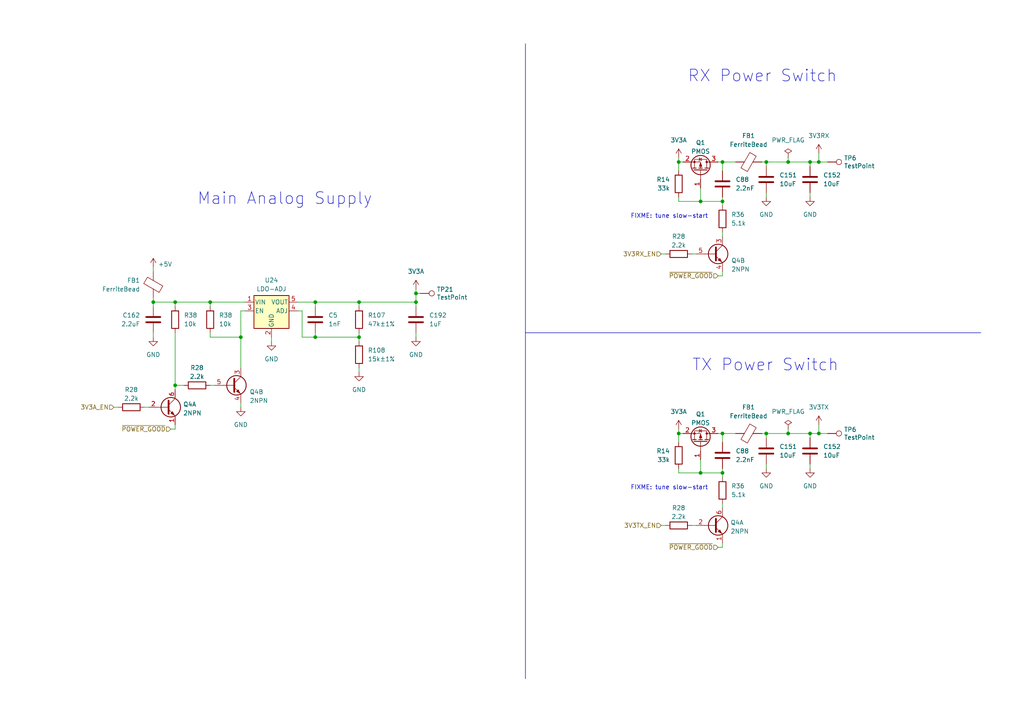
<source format=kicad_sch>
(kicad_sch (version 20230121) (generator eeschema)
  (paper "A4")
  (lib_symbols
    (symbol "Connector:TestPoint" (pin_numbers hide) (pin_names (offset 0.762) hide)
      (property "Reference" "TP" (at 0 6.858 0))
      (property "Value" "TestPoint" (at 0 5.08 0))
      (symbol "TestPoint_0_1"
        (circle (center 0 3.302) (radius 0.762))
      )
      (symbol "TestPoint_1_1"
        (pin passive line (at 0 0 90) (length 2.54) (name "1") (number "1"))
      )
    )
    (symbol "Device:C" (pin_numbers hide) (pin_names (offset 0.254))
      (property "Reference" "C" (at 0.635 2.54 0))
      (property "Value" "C" (at 0.635 -2.54 0))
      (symbol "C_0_1"
        (polyline (pts (xy -2.032 -0.762) (xy 2.032 -0.762)) (stroke (width 0.508)))
        (polyline (pts (xy -2.032 0.762) (xy 2.032 0.762)) (stroke (width 0.508)))
      )
      (symbol "C_1_1"
        (pin passive line (at 0 3.81 270) (length 2.794) (name "~") (number "1"))
        (pin passive line (at 0 -3.81 90) (length 2.794) (name "~") (number "2"))
      )
    )
    (symbol "Device:FerriteBead" (pin_numbers hide) (pin_names (offset 0))
      (property "Reference" "FB" (at -3.81 0.635 90))
      (property "Value" "FerriteBead" (at 3.81 0 90))
      (symbol "FerriteBead_0_1"
        (polyline (pts (xy 0 -1.27) (xy 0 -1.2192)))
        (polyline (pts (xy 0 1.27) (xy 0 1.2954)))
        (polyline (pts (xy -2.7686 0.4064) (xy -1.7018 2.2606) (xy 2.7686 -0.3048) (xy 1.6764 -2.159) (xy -2.7686 0.4064)))
      )
      (symbol "FerriteBead_1_1"
        (pin passive line (at 0 3.81 270) (length 2.54) (name "~") (number "1"))
        (pin passive line (at 0 -3.81 90) (length 2.54) (name "~") (number "2"))
      )
    )
    (symbol "Device:Q_PMOS_GSD" (pin_names (offset 0) hide)
      (property "Reference" "Q" (at 5.08 1.27 0))
      (property "Value" "Q_PMOS_GSD" (at 5.08 -1.27 0))
      (symbol "Q_PMOS_GSD_0_1"
        (polyline (pts (xy 0.254 0) (xy -2.54 0)))
        (polyline (pts (xy 0.254 1.905) (xy 0.254 -1.905)) (stroke (width 0.254)))
        (polyline (pts (xy 0.762 -1.27) (xy 0.762 -2.286)) (stroke (width 0.254)))
        (polyline (pts (xy 0.762 0.508) (xy 0.762 -0.508)) (stroke (width 0.254)))
        (polyline (pts (xy 0.762 2.286) (xy 0.762 1.27)) (stroke (width 0.254)))
        (polyline (pts (xy 2.54 2.54) (xy 2.54 1.778)))
        (polyline (pts (xy 2.54 -2.54) (xy 2.54 0) (xy 0.762 0)))
        (polyline (pts (xy 0.762 1.778) (xy 3.302 1.778) (xy 3.302 -1.778) (xy 0.762 -1.778)))
        (polyline (pts (xy 2.286 0) (xy 1.27 0.381) (xy 1.27 -0.381) (xy 2.286 0)) (fill (type outline)))
        (polyline (pts (xy 2.794 -0.508) (xy 2.921 -0.381) (xy 3.683 -0.381) (xy 3.81 -0.254)))
        (polyline (pts (xy 3.302 -0.381) (xy 2.921 0.254) (xy 3.683 0.254) (xy 3.302 -0.381)))
        (circle (center 1.651 0) (radius 2.794) (stroke (width 0.254)))
        (circle (center 2.54 -1.778) (radius 0.254) (fill (type outline)))
        (circle (center 2.54 1.778) (radius 0.254) (fill (type outline)))
      )
      (symbol "Q_PMOS_GSD_1_1"
        (pin input line (at -5.08 0 0) (length 2.54) (name "G") (number "1"))
        (pin passive line (at 2.54 -5.08 90) (length 2.54) (name "S") (number "2"))
        (pin passive line (at 2.54 5.08 270) (length 2.54) (name "D") (number "3"))
      )
    )
    (symbol "Device:R" (pin_numbers hide) (pin_names (offset 0))
      (property "Reference" "R" (at 2.032 0 90))
      (property "Value" "R" (at 0 0 90))
      (symbol "R_0_1"
        (rectangle (start -1.016 -2.54) (end 1.016 2.54) (stroke (width 0.254)))
      )
      (symbol "R_1_1"
        (pin passive line (at 0 3.81 270) (length 1.27) (name "~") (number "1"))
        (pin passive line (at 0 -3.81 90) (length 1.27) (name "~") (number "2"))
      )
    )
    (symbol "GND_2" (power) (pin_names (offset 0))
      (property "Value" "GND_2" (at 0 -3.81 0))
      (symbol "GND_2_0_1"
        (polyline (pts (xy 0 0) (xy 0 -1.27) (xy 1.27 -1.27) (xy 0 -2.54) (xy -1.27 -1.27) (xy 0 -1.27)))
      )
      (symbol "GND_2_1_1"
        (pin power_in line (at 0 0 270) (length 0) hide (name "GND") (number "1"))
      )
    )
    (symbol "Regulator_Linear:AP2127K-ADJ" (pin_names (offset 0.254))
      (property "Reference" "U" (at -5.08 5.715 0))
      (property "Value" "AP2127K-ADJ" (at 0 5.715 0))
      (symbol "AP2127K-ADJ_0_1"
        (rectangle (start -5.08 4.445) (end 5.08 -5.08) (stroke (width 0.254)) (fill (type background)))
      )
      (symbol "AP2127K-ADJ_1_1"
        (pin power_in line (at -7.62 2.54 0) (length 2.54) (name "VIN") (number "1"))
        (pin power_in line (at 0 -7.62 90) (length 2.54) (name "GND") (number "2"))
        (pin input line (at -7.62 0 0) (length 2.54) (name "EN") (number "3"))
        (pin input line (at 7.62 0 180) (length 2.54) (name "ADJ") (number "4"))
        (pin power_out line (at 7.62 2.54 180) (length 2.54) (name "VOUT") (number "5"))
      )
    )
    (symbol "Transistor_BJT:BC847BS" (pin_names (offset 0) hide)
      (property "Reference" "Q" (at 5.08 1.27 0))
      (property "Value" "BC847BS" (at 5.08 -1.27 0))
      (symbol "BC847BS_0_1"
        (polyline (pts (xy 0.635 0) (xy -2.54 0)))
        (polyline (pts (xy 0.635 0.635) (xy 2.54 2.54)))
        (polyline (pts (xy 0.635 -0.635) (xy 2.54 -2.54) (xy 2.54 -2.54)))
        (polyline (pts (xy 0.635 1.905) (xy 0.635 -1.905) (xy 0.635 -1.905)) (stroke (width 0.508)))
        (polyline (pts (xy 1.27 -1.778) (xy 1.778 -1.27) (xy 2.286 -2.286) (xy 1.27 -1.778) (xy 1.27 -1.778)) (fill (type outline)))
        (circle (center 1.27 0) (radius 2.8194) (stroke (width 0.254)))
      )
      (symbol "BC847BS_1_1"
        (pin passive line (at 2.54 -5.08 90) (length 2.54) (name "E1") (number "1"))
        (pin input line (at -5.08 0 0) (length 2.54) (name "B1") (number "2"))
        (pin passive line (at 2.54 5.08 270) (length 2.54) (name "C1") (number "6"))
      )
      (symbol "BC847BS_2_1"
        (pin passive line (at 2.54 5.08 270) (length 2.54) (name "C2") (number "3"))
        (pin passive line (at 2.54 -5.08 90) (length 2.54) (name "E2") (number "4"))
        (pin input line (at -5.08 0 0) (length 2.54) (name "B2") (number "5"))
      )
    )
    (symbol "power:+5V" (power) (pin_names (offset 0))
      (property "Value" "+5V" (at 0 3.556 0))
      (symbol "+5V_0_1"
        (polyline (pts (xy -0.762 1.27) (xy 0 2.54)))
        (polyline (pts (xy 0 0) (xy 0 2.54)))
        (polyline (pts (xy 0 2.54) (xy 0.762 1.27)))
      )
      (symbol "+5V_1_1"
        (pin power_in line (at 0 0 90) (length 0) hide (name "+5V") (number "1"))
      )
    )
    (symbol "power:GND" (power) (pin_names (offset 0))
      (property "Value" "GND" (at 0 -3.81 0))
      (symbol "GND_0_1"
        (polyline (pts (xy 0 0) (xy 0 -1.27) (xy 1.27 -1.27) (xy 0 -2.54) (xy -1.27 -1.27) (xy 0 -1.27)))
      )
      (symbol "GND_1_1"
        (pin power_in line (at 0 0 270) (length 0) hide (name "GND") (number "1"))
      )
    )
    (symbol "power:PWR_FLAG" (power) (pin_numbers hide) (pin_names (offset 0) hide)
      (property "Value" "PWR_FLAG" (at 0 3.81 0))
      (symbol "PWR_FLAG_0_0"
        (pin power_out line (at 0 0 90) (length 0) (name "pwr") (number "1"))
      )
      (symbol "PWR_FLAG_0_1"
        (polyline (pts (xy 0 0) (xy 0 1.27) (xy -1.016 1.905) (xy 0 2.54) (xy 1.016 1.905) (xy 0 1.27)))
      )
    )
    (symbol "support_hardware:3V3A" (power) (pin_names (offset 0))
      (property "Value" "3V3A" (at 0 3.81 0))
      (symbol "3V3A_0_1"
        (polyline (pts (xy -0.762 1.27) (xy 0 2.54)))
        (polyline (pts (xy 0 0) (xy 0 2.54)))
        (polyline (pts (xy 0 2.54) (xy 0.762 1.27)))
      )
      (symbol "3V3A_1_1"
        (pin power_in line (at 0 0 90) (length 0) hide (name "3V3A") (number "1"))
      )
    )
    (symbol "support_hardware:3V3RX" (power) (pin_names (offset 0))
      (property "Value" "3V3RX" (at 0 3.81 0))
      (symbol "3V3RX_0_1"
        (polyline (pts (xy -0.762 1.27) (xy 0 2.54)))
        (polyline (pts (xy 0 0) (xy 0 2.54)))
        (polyline (pts (xy 0 2.54) (xy 0.762 1.27)))
      )
      (symbol "3V3RX_1_1"
        (pin power_in line (at 0 0 90) (length 0) hide (name "3V3RX") (number "1"))
      )
    )
    (symbol "support_hardware:3V3TX" (power) (pin_names (offset 0))
      (property "Value" "3V3TX" (at 0 3.81 0))
      (symbol "3V3TX_0_1"
        (polyline (pts (xy -0.762 1.27) (xy 0 2.54)))
        (polyline (pts (xy 0 0) (xy 0 2.54)))
        (polyline (pts (xy 0 2.54) (xy 0.762 1.27)))
      )
      (symbol "3V3TX_1_1"
        (pin power_in line (at 0 0 90) (length 0) hide (name "3V3TX") (number "1"))
      )
    )
  )
  (junction (at 222.25 46.99))
  (junction (at 104.14 97.79))
  (junction (at 50.8 87.63))
  (junction (at 91.44 87.63))
  (junction (at 228.6 125.73))
  (junction (at 120.65 87.63))
  (junction (at 209.55 137.16))
  (junction (at 91.44 97.79))
  (junction (at 237.49 125.73))
  (junction (at 50.8 111.76))
  (junction (at 203.2 58.42))
  (junction (at 69.85 97.79))
  (junction (at 234.95 46.99))
  (junction (at 228.6 46.99))
  (junction (at 120.65 85.09))
  (junction (at 222.25 125.73))
  (junction (at 196.85 125.73))
  (junction (at 209.55 58.42))
  (junction (at 196.85 46.99))
  (junction (at 60.96 87.63))
  (junction (at 104.14 87.63))
  (junction (at 209.55 46.99))
  (junction (at 44.45 87.63))
  (junction (at 237.49 46.99))
  (junction (at 234.95 125.73))
  (junction (at 203.2 137.16))
  (junction (at 209.55 125.73))
  (wire (pts (xy 91.44 87.63) (xy 91.44 88.9)))
  (wire (pts (xy 237.49 44.45) (xy 237.49 46.99)))
  (wire (pts (xy 234.95 134.62) (xy 234.95 135.89)))
  (wire (pts (xy 44.45 77.47) (xy 44.45 78.74)))
  (wire (pts (xy 209.55 67.31) (xy 209.55 68.58)))
  (wire (pts (xy 60.96 87.63) (xy 71.12 87.63)))
  (wire (pts (xy 198.12 125.73) (xy 196.85 125.73)))
  (wire (pts (xy 86.36 87.63) (xy 91.44 87.63)))
  (wire (pts (xy 209.55 137.16) (xy 209.55 135.89)))
  (wire (pts (xy 222.25 55.88) (xy 222.25 57.15)))
  (wire (pts (xy 50.8 111.76) (xy 53.34 111.76)))
  (wire (pts (xy 196.85 57.15) (xy 196.85 58.42)))
  (wire (pts (xy 196.85 135.89) (xy 196.85 137.16)))
  (wire (pts (xy 44.45 88.9) (xy 44.45 87.63)))
  (wire (pts (xy 237.49 46.99) (xy 240.03 46.99)))
  (wire (pts (xy 104.14 97.79) (xy 104.14 99.06)))
  (wire (pts (xy 220.98 125.73) (xy 222.25 125.73)))
  (wire (pts (xy 60.96 111.76) (xy 62.23 111.76)))
  (polyline (pts (xy 152.4 12.7) (xy 152.4 196.85)))
  (wire (pts (xy 69.85 116.84) (xy 69.85 118.11)))
  (wire (pts (xy 200.66 73.66) (xy 201.93 73.66)))
  (wire (pts (xy 87.63 90.17) (xy 87.63 97.79)))
  (wire (pts (xy 50.8 96.52) (xy 50.8 111.76)))
  (wire (pts (xy 203.2 58.42) (xy 209.55 58.42)))
  (wire (pts (xy 237.49 125.73) (xy 240.03 125.73)))
  (wire (pts (xy 222.25 46.99) (xy 228.6 46.99)))
  (wire (pts (xy 196.85 124.46) (xy 196.85 125.73)))
  (wire (pts (xy 234.95 46.99) (xy 237.49 46.99)))
  (wire (pts (xy 49.53 124.46) (xy 50.8 124.46)))
  (wire (pts (xy 191.77 152.4) (xy 193.04 152.4)))
  (wire (pts (xy 196.85 125.73) (xy 196.85 128.27)))
  (wire (pts (xy 234.95 46.99) (xy 234.95 48.26)))
  (wire (pts (xy 44.45 96.52) (xy 44.45 97.79)))
  (wire (pts (xy 41.91 118.11) (xy 43.18 118.11)))
  (wire (pts (xy 222.25 46.99) (xy 222.25 48.26)))
  (wire (pts (xy 104.14 87.63) (xy 104.14 88.9)))
  (wire (pts (xy 44.45 86.36) (xy 44.45 87.63)))
  (wire (pts (xy 60.96 96.52) (xy 60.96 97.79)))
  (wire (pts (xy 209.55 58.42) (xy 209.55 59.69)))
  (wire (pts (xy 196.85 137.16) (xy 203.2 137.16)))
  (wire (pts (xy 69.85 90.17) (xy 69.85 97.79)))
  (wire (pts (xy 91.44 97.79) (xy 104.14 97.79)))
  (wire (pts (xy 203.2 133.35) (xy 203.2 137.16)))
  (wire (pts (xy 78.74 97.79) (xy 78.74 99.06)))
  (wire (pts (xy 220.98 46.99) (xy 222.25 46.99)))
  (wire (pts (xy 209.55 58.42) (xy 209.55 57.15)))
  (wire (pts (xy 209.55 49.53) (xy 209.55 46.99)))
  (wire (pts (xy 198.12 46.99) (xy 196.85 46.99)))
  (wire (pts (xy 237.49 123.19) (xy 237.49 125.73)))
  (wire (pts (xy 209.55 128.27) (xy 209.55 125.73)))
  (wire (pts (xy 104.14 106.68) (xy 104.14 107.95)))
  (wire (pts (xy 50.8 87.63) (xy 50.8 88.9)))
  (wire (pts (xy 234.95 125.73) (xy 234.95 127)))
  (wire (pts (xy 209.55 157.48) (xy 209.55 158.75)))
  (wire (pts (xy 209.55 78.74) (xy 209.55 80.01)))
  (wire (pts (xy 91.44 96.52) (xy 91.44 97.79)))
  (wire (pts (xy 200.66 152.4) (xy 201.93 152.4)))
  (wire (pts (xy 209.55 125.73) (xy 213.36 125.73)))
  (wire (pts (xy 208.28 80.01) (xy 209.55 80.01)))
  (wire (pts (xy 228.6 124.46) (xy 228.6 125.73)))
  (wire (pts (xy 209.55 137.16) (xy 209.55 138.43)))
  (wire (pts (xy 196.85 58.42) (xy 203.2 58.42)))
  (wire (pts (xy 120.65 85.09) (xy 120.65 87.63)))
  (wire (pts (xy 104.14 87.63) (xy 120.65 87.63)))
  (wire (pts (xy 209.55 46.99) (xy 213.36 46.99)))
  (wire (pts (xy 50.8 123.19) (xy 50.8 124.46)))
  (wire (pts (xy 203.2 137.16) (xy 209.55 137.16)))
  (wire (pts (xy 60.96 87.63) (xy 60.96 88.9)))
  (wire (pts (xy 121.92 85.09) (xy 120.65 85.09)))
  (wire (pts (xy 120.65 83.82) (xy 120.65 85.09)))
  (wire (pts (xy 203.2 54.61) (xy 203.2 58.42)))
  (wire (pts (xy 50.8 111.76) (xy 50.8 113.03)))
  (wire (pts (xy 60.96 97.79) (xy 69.85 97.79)))
  (wire (pts (xy 228.6 125.73) (xy 234.95 125.73)))
  (polyline (pts (xy 152.4 96.52) (xy 284.48 96.52)))
  (wire (pts (xy 209.55 146.05) (xy 209.55 147.32)))
  (wire (pts (xy 44.45 87.63) (xy 50.8 87.63)))
  (wire (pts (xy 209.55 125.73) (xy 208.28 125.73)))
  (wire (pts (xy 209.55 46.99) (xy 208.28 46.99)))
  (wire (pts (xy 196.85 45.72) (xy 196.85 46.99)))
  (wire (pts (xy 69.85 90.17) (xy 71.12 90.17)))
  (wire (pts (xy 228.6 45.72) (xy 228.6 46.99)))
  (wire (pts (xy 234.95 55.88) (xy 234.95 57.15)))
  (wire (pts (xy 234.95 125.73) (xy 237.49 125.73)))
  (wire (pts (xy 120.65 88.9) (xy 120.65 87.63)))
  (wire (pts (xy 222.25 125.73) (xy 222.25 127)))
  (wire (pts (xy 191.77 73.66) (xy 193.04 73.66)))
  (wire (pts (xy 50.8 87.63) (xy 60.96 87.63)))
  (wire (pts (xy 196.85 46.99) (xy 196.85 49.53)))
  (wire (pts (xy 69.85 97.79) (xy 69.85 106.68)))
  (wire (pts (xy 120.65 96.52) (xy 120.65 97.79)))
  (wire (pts (xy 87.63 97.79) (xy 91.44 97.79)))
  (wire (pts (xy 222.25 125.73) (xy 228.6 125.73)))
  (wire (pts (xy 104.14 97.79) (xy 104.14 96.52)))
  (wire (pts (xy 228.6 46.99) (xy 234.95 46.99)))
  (wire (pts (xy 208.28 158.75) (xy 209.55 158.75)))
  (wire (pts (xy 222.25 134.62) (xy 222.25 135.89)))
  (wire (pts (xy 86.36 90.17) (xy 87.63 90.17)))
  (wire (pts (xy 91.44 87.63) (xy 104.14 87.63)))
  (wire (pts (xy 33.02 118.11) (xy 34.29 118.11)))
  (text "FIXME: tune slow-start" (at 182.88 142.24 0) (effects (font (size 1.27 1.27)) (justify left bottom)))
  (text "RX Power Switch" (at 199.39 24.13 0) (effects (font (size 3.4036 3.4036)) (justify left bottom)))
  (text "FIXME: tune slow-start" (at 182.88 63.5 0) (effects (font (size 1.27 1.27)) (justify left bottom)))
  (text "Main Analog Supply" (at 57.15 59.69 0) (effects (font (size 3.4036 3.4036)) (justify left bottom)))
  (text "TX Power Switch" (at 200.66 107.95 0) (effects (font (size 3.4036 3.4036)) (justify left bottom)))
  (hierarchical_label "3V3TX_EN" (shape input) (at 191.77 152.4 180))
  (hierarchical_label "~{POWER_GOOD}" (shape input) (at 208.28 158.75 180))
  (hierarchical_label "3V3RX_EN" (shape input) (at 191.77 73.66 180))
  (hierarchical_label "3V3A_EN" (shape input) (at 33.02 118.11 180))
  (hierarchical_label "~{POWER_GOOD}" (shape input) (at 208.28 80.01 180))
  (hierarchical_label "~{POWER_GOOD}" (shape input) (at 49.53 124.46 180))
  (symbol (lib_id "Device:C") (at 209.55 132.08 180) (unit 1)
    (property "Reference" "C88" (at 213.36 130.81 0) (effects (justify right)))
    (property "Value" "2.2nF" (at 213.36 133.35 0) (effects (justify right)))
    (property "Footprint" "Capacitor_SMD:C_0201_0603Metric" (effects hide))
    (property "Description" "CAP CER 2200PF 10V X7R 0201" (effects hide))
    (property "Manufacturer" "Murata" (effects hide))
    (property "Part Number" "GRM033R71A222KA01D" (effects hide))
    (property "Substitution" "GRM033R71A222KA01*" (effects hide))
    (instances (project "mainboard" (path "" (reference "C88") (unit 1)) (path "" (reference "C150") (unit 1)) (path "" (reference "C113") (unit 1)) (path "" (reference "C150") (unit 1))))
  )
  (symbol (lib_id "Device:R") (at 209.55 142.24 0) (mirror y) (unit 1)
    (property "Reference" "R36" (at 212.09 140.97 0) (effects (justify right)))
    (property "Value" "5.1k" (at 212.09 143.51 0) (effects (justify right)))
    (property "Footprint" "Resistor_SMD:R_0402_1005Metric" (effects hide))
    (property "Part Number" "RC0402JR-075K1L" (effects hide))
    (property "Substitution" "any equivalent" (effects hide))
    (property "Description" "RES 5.1K OHM 5% 1/16W 0402" (effects hide))
    (property "Manufacturer" "Yageo" (effects hide))
    (instances (project "mainboard" (path "" (reference "R36") (unit 1)) (path "" (reference "R99") (unit 1)) (path "" (reference "R100") (unit 1))))
  )
  (symbol (lib_id "power:GND") (at 78.74 99.06 0) (unit 1)
    (property "Reference" "#PWR0293" (effects hide))
    (property "Value" "GND" (at 78.74 104.14 0))
  )
  (symbol (lib_id "Device:R") (at 196.85 132.08 0) (unit 1)
    (property "Reference" "R14" (at 194.31 130.81 0) (effects (justify right)))
    (property "Value" "33k" (at 194.31 133.35 0) (effects (justify right)))
    (property "Footprint" "Resistor_SMD:R_0402_1005Metric" (effects hide))
    (property "Description" "RES SMD 33K OHM 5% 1/10W 0402" (effects hide))
    (property "Manufacturer" "Panasonic" (effects hide))
    (property "Part Number" "ERJ-2GEJ333X" (effects hide))
    (property "Substitution" "any equivalent" (effects hide))
    (instances (project "mainboard" (path "" (reference "R14") (unit 1)) (path "" (reference "R98") (unit 1)) (path "" (reference "R98") (unit 1))))
  )
  (symbol (lib_id "support_hardware:3V3A") (at 120.65 83.82 0) (unit 1)
    (property "Reference" "#PWR0302" (effects hide))
    (property "Value" "3V3A" (at 120.65 78.74 0))
  )
  (symbol (lib_id "Device:R") (at 104.14 102.87 0) (unit 1)
    (property "Reference" "R108" (at 106.68 101.6 0) (effects (justify left)))
    (property "Value" "15k±1%" (at 106.68 104.14 0) (effects (justify left)))
    (property "Footprint" "Resistor_SMD:R_0402_1005Metric" (effects hide))
    (property "Part Number" "RC0402FR-0715KL" (effects hide))
    (property "Substitution" "any equivalent" (effects hide))
    (property "Description" "RES 15K OHM 1% 1/16W 0402" (effects hide))
    (property "Manufacturer" "Yageo" (effects hide))
    (instances (project "mainboard" (path "" (reference "R108") (unit 1)) (path "" (reference "R117") (unit 1))))
  )
  (symbol (lib_id "Device:R") (at 196.85 53.34 0) (unit 1)
    (property "Reference" "R14" (at 194.31 52.07 0) (effects (justify right)))
    (property "Value" "33k" (at 194.31 54.61 0) (effects (justify right)))
    (property "Footprint" "Resistor_SMD:R_0402_1005Metric" (effects hide))
    (property "Description" "RES SMD 33K OHM 5% 1/10W 0402" (effects hide))
    (property "Manufacturer" "Panasonic" (effects hide))
    (property "Part Number" "ERJ-2GEJ333X" (effects hide))
    (property "Substitution" "any equivalent" (effects hide))
    (instances (project "mainboard" (path "" (reference "R14") (unit 1)) (path "" (reference "R98") (unit 1)) (path "" (reference "R12") (unit 1)) (path "" (reference "R12") (unit 1))))
  )
  (symbol (lib_id "Device:Q_PMOS_GSD") (at 203.2 128.27 270) (mirror x) (unit 1)
    (property "Reference" "Q1" (at 203.2 120.1252 90))
    (property "Value" "PMOS" (at 203.2 122.6621 90))
    (property "Footprint" "Package_TO_SOT_SMD:SOT-23-3" (effects hide))
    (property "Datasheet" "https://www.21yangjie.com/pdf/mosfet/YJL3401A.pdf" (effects hide))
    (property "Manufacturer" "Yangzhou Yangjie" (effects hide))
    (property "Part Number" "YJL3401A" (effects hide))
    (property "Description" "P-CH MOSFET 30V 4.4A SOT-23-3L" (effects hide))
    (property "Substitution" "Alpha & Omega AO3401A" (effects hide))
    (instances (project "mainboard" (path "" (reference "Q1") (unit 1)) (path "" (reference "Q3") (unit 1)) (path "" (reference "Q3") (unit 1))))
  )
  (symbol (lib_id "Regulator_Linear:AP2127K-ADJ") (at 78.74 90.17 0) (unit 1)
    (property "Reference" "U24" (at 78.74 81.28 0))
    (property "Value" "LDO-ADJ" (at 78.74 83.82 0))
    (property "Footprint" "Package_TO_SOT_SMD:SOT-23-5" (effects hide))
    (property "Datasheet" "https://www.diodes.com/assets/Datasheets/AP2127.pdf" (effects hide))
    (property "Description" "IC REG LIN POS ADJ 300MA SOT23-5" (effects hide))
    (property "Manufacturer" "Diodes Inc." (effects hide))
    (property "Part Number" "AP2127K-ADJTRG1" (effects hide))
  )
  (symbol (lib_name "GND_2") (lib_id "power:GND") (at 234.95 57.15 0) (unit 1)
    (property "Reference" "#PWR0190" (effects hide))
    (property "Value" "GND" (at 234.95 62.23 0))
    (instances (project "mainboard" (path "" (reference "#PWR0190") (unit 1)) (path "" (reference "#PWR0277") (unit 1)) (path "" (reference "#PWR0250") (unit 1)) (path "" (reference "#PWR0250") (unit 1))))
  )
  (symbol (lib_id "Device:R") (at 196.85 73.66 270) (unit 1)
    (property "Reference" "R28" (at 196.85 68.58 90))
    (property "Value" "2.2k" (at 196.85 71.12 90))
    (property "Footprint" "Resistor_SMD:R_0402_1005Metric" (effects hide))
    (property "Part Number" "RC0402JR-072K2L" (effects hide))
    (property "Substitution" "any equivalent" (effects hide))
    (property "Description" "RES 2.2K OHM 5% 1/16W 0402" (effects hide))
    (property "Manufacturer" "Yageo" (effects hide))
    (instances (project "mainboard" (path "" (reference "R28") (unit 1)) (path "" (reference "R101") (unit 1)) (path "" (reference "R100") (unit 1)) (path "" (reference "R101") (unit 1))))
  )
  (symbol (lib_id "Device:C") (at 209.55 53.34 180) (unit 1)
    (property "Reference" "C88" (at 213.36 52.07 0) (effects (justify right)))
    (property "Value" "2.2nF" (at 213.36 54.61 0) (effects (justify right)))
    (property "Footprint" "Capacitor_SMD:C_0201_0603Metric" (effects hide))
    (property "Description" "CAP CER 2200PF 10V X7R 0201" (effects hide))
    (property "Manufacturer" "Murata" (effects hide))
    (property "Part Number" "GRM033R71A222KA01D" (effects hide))
    (property "Substitution" "GRM033R71A222KA01*" (effects hide))
    (instances (project "mainboard" (path "" (reference "C88") (unit 1)) (path "" (reference "C150") (unit 1)) (path "" (reference "C155") (unit 1)) (path "" (reference "C155") (unit 1))))
  )
  (symbol (lib_id "power:PWR_FLAG") (at 228.6 124.46 0) (unit 1)
    (property "Reference" "#FLG02" (effects hide))
    (property "Value" "PWR_FLAG" (at 228.6 119.38 0))
    (instances (project "mainboard" (path "" (reference "#FLG02") (unit 1)) (path "" (reference "#FLG04") (unit 1)) (path "" (reference "#FLG04") (unit 1))))
  )
  (symbol (lib_id "Connector:TestPoint") (at 121.92 85.09 270) (unit 1) (in_bom no)
    (property "Reference" "TP21" (at 126.6698 83.947 90) (effects (justify left)))
    (property "Value" "TestPoint" (at 126.6698 86.233 90) (effects (justify left)))
    (property "Footprint" "TestPoint:TestPoint_Pad_D1.0mm" (effects hide))
  )
  (symbol (lib_id "Device:C") (at 222.25 130.81 0) (unit 1)
    (property "Reference" "C151" (at 226.06 129.54 0) (effects (justify left)))
    (property "Value" "10uF" (at 226.06 132.08 0) (effects (justify left)))
    (property "Footprint" "Capacitor_SMD:C_0603_1608Metric" (effects hide))
    (property "Description" "CAP CER 10UF 10V X5R 0603" (effects hide))
    (property "Manufacturer" "Samsung" (effects hide))
    (property "Part Number" "CL10A106KP8NNNC" (effects hide))
    (property "Substitution" "any equivalent" (effects hide))
  )
  (symbol (lib_id "power:+5V") (at 44.45 77.47 0) (unit 1)
    (property "Reference" "#PWR0300" (effects hide))
    (property "Value" "+5V" (at 45.847 76.6338 0) (effects (justify left)))
    (instances (project "mainboard" (path "" (reference "#PWR0300") (unit 1)) (path "" (reference "#PWR080") (unit 1))))
  )
  (symbol (lib_id "Device:R") (at 209.55 63.5 0) (mirror y) (unit 1)
    (property "Reference" "R36" (at 212.09 62.23 0) (effects (justify right)))
    (property "Value" "5.1k" (at 212.09 64.77 0) (effects (justify right)))
    (property "Footprint" "Resistor_SMD:R_0402_1005Metric" (effects hide))
    (property "Part Number" "RC0402JR-075K1L" (effects hide))
    (property "Substitution" "any equivalent" (effects hide))
    (property "Description" "RES 5.1K OHM 5% 1/16W 0402" (effects hide))
    (property "Manufacturer" "Yageo" (effects hide))
    (instances (project "mainboard" (path "" (reference "R36") (unit 1)) (path "" (reference "R99") (unit 1)) (path "" (reference "R102") (unit 1)) (path "" (reference "R102") (unit 1))))
  )
  (symbol (lib_id "Connector:TestPoint") (at 240.03 46.99 270) (unit 1) (in_bom no)
    (property "Reference" "TP6" (at 244.7798 45.847 90) (effects (justify left)))
    (property "Value" "TestPoint" (at 244.7798 48.133 90) (effects (justify left)))
    (property "Footprint" "TestPoint:TestPoint_Pad_D1.0mm" (effects hide))
    (instances (project "mainboard" (path "" (reference "TP6") (unit 1)) (path "" (reference "TP36") (unit 1)) (path "" (reference "TP13") (unit 1)) (path "" (reference "TP13") (unit 1))))
  )
  (symbol (lib_name "GND_2") (lib_id "power:GND") (at 222.25 135.89 0) (unit 1)
    (property "Reference" "#PWR0190" (effects hide))
    (property "Value" "GND" (at 222.25 140.97 0))
    (instances (project "mainboard" (path "" (reference "#PWR0190") (unit 1)) (path "" (reference "#PWR0276") (unit 1)) (path "" (reference "#PWR0277") (unit 1))))
  )
  (symbol (lib_id "Transistor_BJT:BC847BS") (at 48.26 118.11 0) (unit 1)
    (property "Reference" "Q4" (at 53.1114 117.2753 0) (effects (justify left)))
    (property "Value" "2NPN" (at 53.1114 119.8122 0) (effects (justify left)))
    (property "Footprint" "Package_TO_SOT_SMD:SOT-363_SC-70-6" (effects hide))
    (property "Datasheet" "https://www.21yangjie.com/pdf/xxh/xxhsjg/BC847BS.pdf" (effects hide))
    (property "Manufacturer" "Yangzhou Yangjie" (effects hide))
    (property "Part Number" "BC847BS" (effects hide))
    (property "Description" "SOT-363 NPN+NPN 0.3W 0.1A 50V" (effects hide))
    (instances (project "mainboard" (path "" (reference "Q4") (unit 1)) (path "" (reference "Q6") (unit 1))))
  )
  (symbol (lib_id "Device:C") (at 234.95 52.07 0) (unit 1)
    (property "Reference" "C152" (at 238.76 50.8 0) (effects (justify left)))
    (property "Value" "10uF" (at 238.76 53.34 0) (effects (justify left)))
    (property "Footprint" "Capacitor_SMD:C_0603_1608Metric" (effects hide))
    (property "Description" "CAP CER 10UF 10V X5R 0603" (effects hide))
    (property "Manufacturer" "Samsung" (effects hide))
    (property "Part Number" "CL10A106KP8NNNC" (effects hide))
    (property "Substitution" "any equivalent" (effects hide))
    (instances (project "mainboard" (path "" (reference "C152") (unit 1)) (path "" (reference "C157") (unit 1)) (path "" (reference "C157") (unit 1))))
  )
  (symbol (lib_id "Device:Q_PMOS_GSD") (at 203.2 49.53 270) (mirror x) (unit 1)
    (property "Reference" "Q1" (at 203.2 41.3852 90))
    (property "Value" "PMOS" (at 203.2 43.9221 90))
    (property "Footprint" "Package_TO_SOT_SMD:SOT-23-3" (effects hide))
    (property "Datasheet" "https://www.21yangjie.com/pdf/mosfet/YJL3401A.pdf" (effects hide))
    (property "Manufacturer" "Yangzhou Yangjie" (effects hide))
    (property "Part Number" "YJL3401A" (effects hide))
    (property "Description" "P-CH MOSFET 30V 4.4A SOT-23-3L" (effects hide))
    (property "Substitution" "Alpha & Omega AO3401A" (effects hide))
    (instances (project "mainboard" (path "" (reference "Q1") (unit 1)) (path "" (reference "Q3") (unit 1)) (path "" (reference "Q5") (unit 1)) (path "" (reference "Q5") (unit 1))))
  )
  (symbol (lib_id "Device:R") (at 38.1 118.11 270) (unit 1)
    (property "Reference" "R28" (at 38.1 113.03 90))
    (property "Value" "2.2k" (at 38.1 115.57 90))
    (property "Footprint" "Resistor_SMD:R_0402_1005Metric" (effects hide))
    (property "Part Number" "RC0402JR-072K2L" (effects hide))
    (property "Substitution" "any equivalent" (effects hide))
    (property "Description" "RES 2.2K OHM 5% 1/16W 0402" (effects hide))
    (property "Manufacturer" "Yageo" (effects hide))
    (instances (project "mainboard" (path "" (reference "R28") (unit 1)) (path "" (reference "R101") (unit 1)) (path "" (reference "R100") (unit 1)) (path "" (reference "R117") (unit 1)) (path "" (reference "R126") (unit 1))))
  )
  (symbol (lib_id "Device:C") (at 234.95 130.81 0) (unit 1)
    (property "Reference" "C152" (at 238.76 129.54 0) (effects (justify left)))
    (property "Value" "10uF" (at 238.76 132.08 0) (effects (justify left)))
    (property "Footprint" "Capacitor_SMD:C_0603_1608Metric" (effects hide))
    (property "Description" "CAP CER 10UF 10V X5R 0603" (effects hide))
    (property "Manufacturer" "Samsung" (effects hide))
    (property "Part Number" "CL10A106KP8NNNC" (effects hide))
    (property "Substitution" "any equivalent" (effects hide))
  )
  (symbol (lib_id "Transistor_BJT:BC847BS") (at 67.31 111.76 0) (unit 2)
    (property "Reference" "Q4" (at 72.39 113.6681 0) (effects (justify left)))
    (property "Value" "2NPN" (at 72.39 116.205 0) (effects (justify left)))
    (property "Footprint" "Package_TO_SOT_SMD:SOT-363_SC-70-6" (effects hide))
    (property "Datasheet" "https://www.21yangjie.com/pdf/xxh/xxhsjg/BC847BS.pdf" (effects hide))
    (property "Manufacturer" "Yangzhou Yangjie" (effects hide))
    (property "Part Number" "BC847BS" (effects hide))
    (property "Description" "SOT-363 NPN+NPN 0.3W 0.1A 50V" (effects hide))
    (instances (project "mainboard" (path "" (reference "Q4") (unit 2)) (path "" (reference "Q4") (unit 2)) (path "" (reference "Q7") (unit 2)) (path "" (reference "Q6") (unit 2))))
  )
  (symbol (lib_id "Device:C") (at 222.25 52.07 0) (unit 1)
    (property "Reference" "C151" (at 226.06 50.8 0) (effects (justify left)))
    (property "Value" "10uF" (at 226.06 53.34 0) (effects (justify left)))
    (property "Footprint" "Capacitor_SMD:C_0603_1608Metric" (effects hide))
    (property "Description" "CAP CER 10UF 10V X5R 0603" (effects hide))
    (property "Manufacturer" "Samsung" (effects hide))
    (property "Part Number" "CL10A106KP8NNNC" (effects hide))
    (property "Substitution" "any equivalent" (effects hide))
    (instances (project "mainboard" (path "" (reference "C151") (unit 1)) (path "" (reference "C156") (unit 1)) (path "" (reference "C156") (unit 1))))
  )
  (symbol (lib_id "power:PWR_FLAG") (at 228.6 45.72 0) (unit 1)
    (property "Reference" "#FLG02" (effects hide))
    (property "Value" "PWR_FLAG" (at 228.6 40.64 0))
  )
  (symbol (lib_id "support_hardware:3V3A") (at 196.85 124.46 0) (unit 1)
    (property "Reference" "#PWR0231" (effects hide))
    (property "Value" "3V3A" (at 196.85 119.38 0))
  )
  (symbol (lib_id "Device:R") (at 57.15 111.76 270) (unit 1)
    (property "Reference" "R28" (at 57.15 106.68 90))
    (property "Value" "2.2k" (at 57.15 109.22 90))
    (property "Footprint" "Resistor_SMD:R_0402_1005Metric" (effects hide))
    (property "Part Number" "RC0402JR-072K2L" (effects hide))
    (property "Substitution" "any equivalent" (effects hide))
    (property "Description" "RES 2.2K OHM 5% 1/16W 0402" (effects hide))
    (property "Manufacturer" "Yageo" (effects hide))
    (instances (project "mainboard" (path "" (reference "R28") (unit 1)) (path "" (reference "R101") (unit 1)) (path "" (reference "R100") (unit 1)) (path "" (reference "R117") (unit 1)) (path "" (reference "R107") (unit 1))))
  )
  (symbol (lib_id "Device:R") (at 50.8 92.71 0) (unit 1)
    (property "Reference" "R38" (at 53.34 91.44 0) (effects (justify left)))
    (property "Value" "10k" (at 53.34 93.98 0) (effects (justify left)))
    (property "Footprint" "Resistor_SMD:R_0402_1005Metric" (effects hide))
    (property "Part Number" "RC0402JR-0710KL" (effects hide))
    (property "Substitution" "any equivalent" (effects hide))
    (property "Description" "RES 10K OHM 5% 1/16W 0402" (effects hide))
    (property "Manufacturer" "Yageo" (effects hide))
    (instances (project "mainboard" (path "" (reference "R38") (unit 1)) (path "" (reference "R108") (unit 1))))
  )
  (symbol (lib_id "Device:C") (at 120.65 92.71 0) (unit 1)
    (property "Reference" "C192" (at 124.46 91.44 0) (effects (justify left)))
    (property "Value" "1uF" (at 124.46 93.98 0) (effects (justify left)))
    (property "Footprint" "Capacitor_SMD:C_0402_1005Metric" (effects hide))
    (property "Part Number" "CL05A105KP5NNNC" (effects hide))
    (property "Substitution" "any equivalent" (effects hide))
    (property "Description" "CAP CER 1UF 10V X5R 0402" (effects hide))
    (property "Manufacturer" "Samsung" (effects hide))
  )
  (symbol (lib_id "Device:FerriteBead") (at 217.17 46.99 90) (unit 1)
    (property "Reference" "FB1" (at 217.1192 39.37 90))
    (property "Value" "FerriteBead" (at 217.1192 41.91 90))
    (property "Footprint" "Inductor_SMD:L_0603_1608Metric" (effects hide))
    (property "Datasheet" "https://datasheet.lcsc.com/lcsc/2009171410_TAI-TECH-HCB1608KF-102T10_C304312.pdf" (effects hide))
    (property "Description" "1kΩ@100MHz 200mΩ ±25% 0603 Ferrite Bead" (effects hide))
    (property "Manufacturer" "TAI-TECH" (effects hide))
    (property "Part Number" "HCB1608KF-102T10" (effects hide))
    (property "Substitution" "Murata BLM18KG102SN1*" (effects hide))
    (instances (project "mainboard" (path "" (reference "FB1") (unit 1)) (path "" (reference "FB2") (unit 1)) (path "" (reference "FB2") (unit 1))))
  )
  (symbol (lib_id "Device:C") (at 91.44 92.71 0) (unit 1)
    (property "Reference" "C5" (at 95.25 91.44 0) (effects (justify left)))
    (property "Value" "1nF" (at 95.25 93.98 0) (effects (justify left)))
    (property "Footprint" "Capacitor_SMD:C_0402_1005Metric" (effects hide))
    (property "Part Number" "CL05B102KB5NNNC" (effects hide))
    (property "Substitution" "any equivalent" (effects hide))
    (property "Description" "CAP CER 1000PF 50V X7R 0402" (effects hide))
    (property "Manufacturer" "Samsung" (effects hide))
    (instances (project "mainboard" (path "" (reference "C5") (unit 1)) (path "" (reference "C185") (unit 1)) (path "" (reference "C185") (unit 1))))
  )
  (symbol (lib_id "Device:R") (at 196.85 152.4 270) (unit 1)
    (property "Reference" "R28" (at 196.85 147.32 90))
    (property "Value" "2.2k" (at 196.85 149.86 90))
    (property "Footprint" "Resistor_SMD:R_0402_1005Metric" (effects hide))
    (property "Part Number" "RC0402JR-072K2L" (effects hide))
    (property "Substitution" "any equivalent" (effects hide))
    (property "Description" "RES 2.2K OHM 5% 1/16W 0402" (effects hide))
    (property "Manufacturer" "Yageo" (effects hide))
    (instances (project "mainboard" (path "" (reference "R28") (unit 1)) (path "" (reference "R60") (unit 1)) (path "" (reference "R100") (unit 1)) (path "" (reference "R99") (unit 1))))
  )
  (symbol (lib_id "Connector:TestPoint") (at 240.03 125.73 270) (unit 1) (in_bom no)
    (property "Reference" "TP6" (at 244.7798 124.587 90) (effects (justify left)))
    (property "Value" "TestPoint" (at 244.7798 126.873 90) (effects (justify left)))
    (property "Footprint" "TestPoint:TestPoint_Pad_D1.0mm" (effects hide))
    (instances (project "mainboard" (path "" (reference "TP6") (unit 1)) (path "" (reference "TP36") (unit 1)) (path "" (reference "TP22") (unit 1))))
  )
  (symbol (lib_id "Device:C") (at 44.45 92.71 0) (unit 1)
    (property "Reference" "C162" (at 40.64 91.44 0) (effects (justify right)))
    (property "Value" "2.2uF" (at 40.64 93.98 0) (effects (justify right)))
    (property "Footprint" "Capacitor_SMD:C_0402_1005Metric" (effects hide))
    (property "Description" "CAP CER 2.2UF 10V X5R 0402" (effects hide))
    (property "Manufacturer" "Murata" (effects hide))
    (property "Part Number" "GRM155R61A225KE95D" (effects hide))
    (property "Substitution" "GRM155R61A225*" (effects hide))
  )
  (symbol (lib_name "GND_2") (lib_id "power:GND") (at 222.25 57.15 0) (unit 1)
    (property "Reference" "#PWR0190" (effects hide))
    (property "Value" "GND" (at 222.25 62.23 0))
    (instances (project "mainboard" (path "" (reference "#PWR0190") (unit 1)) (path "" (reference "#PWR0276") (unit 1)) (path "" (reference "#PWR0236") (unit 1)) (path "" (reference "#PWR0236") (unit 1))))
  )
  (symbol (lib_id "Device:FerriteBead") (at 217.17 125.73 90) (unit 1)
    (property "Reference" "FB1" (at 217.1192 118.11 90))
    (property "Value" "FerriteBead" (at 217.1192 120.65 90))
    (property "Footprint" "Inductor_SMD:L_0603_1608Metric" (effects hide))
    (property "Datasheet" "https://datasheet.lcsc.com/lcsc/2009171410_TAI-TECH-HCB1608KF-102T10_C304312.pdf" (effects hide))
    (property "Description" "1kΩ@100MHz 200mΩ ±25% 0603 Ferrite Bead" (effects hide))
    (property "Manufacturer" "TAI-TECH" (effects hide))
    (property "Part Number" "HCB1608KF-102T10" (effects hide))
    (property "Substitution" "Murata BLM18KG102SN1*" (effects hide))
  )
  (symbol (lib_id "Device:R") (at 60.96 92.71 0) (unit 1)
    (property "Reference" "R38" (at 63.5 91.44 0) (effects (justify left)))
    (property "Value" "10k" (at 63.5 93.98 0) (effects (justify left)))
    (property "Footprint" "Resistor_SMD:R_0402_1005Metric" (effects hide))
    (property "Part Number" "RC0402JR-0710KL" (effects hide))
    (property "Substitution" "any equivalent" (effects hide))
    (property "Description" "RES 10K OHM 5% 1/16W 0402" (effects hide))
    (property "Manufacturer" "Yageo" (effects hide))
    (instances (project "mainboard" (path "" (reference "R38") (unit 1)) (path "" (reference "R118") (unit 1))))
  )
  (symbol (lib_id "support_hardware:3V3A") (at 196.85 45.72 0) (unit 1)
    (property "Reference" "#PWR0296" (effects hide))
    (property "Value" "3V3A" (at 196.85 40.64 0))
  )
  (symbol (lib_id "Transistor_BJT:BC847BS") (at 207.01 73.66 0) (unit 2)
    (property "Reference" "Q4" (at 212.09 75.5681 0) (effects (justify left)))
    (property "Value" "2NPN" (at 212.09 78.105 0) (effects (justify left)))
    (property "Footprint" "Package_TO_SOT_SMD:SOT-363_SC-70-6" (effects hide))
    (property "Datasheet" "https://www.21yangjie.com/pdf/xxh/xxhsjg/BC847BS.pdf" (effects hide))
    (property "Manufacturer" "Yangzhou Yangjie" (effects hide))
    (property "Part Number" "BC847BS" (effects hide))
    (property "Description" "SOT-363 NPN+NPN 0.3W 0.1A 50V" (effects hide))
  )
  (symbol (lib_id "power:GND") (at 120.65 97.79 0) (unit 1)
    (property "Reference" "#PWR0296" (effects hide))
    (property "Value" "GND" (at 120.65 102.87 0))
    (instances (project "mainboard" (path "" (reference "#PWR0296") (unit 1)) (path "" (reference "#PWR0295") (unit 1))))
  )
  (symbol (lib_id "Device:R") (at 104.14 92.71 0) (unit 1)
    (property "Reference" "R107" (at 106.68 91.44 0) (effects (justify left)))
    (property "Value" "47k±1%" (at 106.68 93.98 0) (effects (justify left)))
    (property "Footprint" "Resistor_SMD:R_0402_1005Metric" (effects hide))
    (property "Description" "RES 47K OHM 1% 1/16W 0402" (effects hide))
    (property "Manufacturer" "Yageo" (effects hide))
    (property "Part Number" "RC0402FR-0747KL" (effects hide))
    (property "Substitution" "any equivalent" (effects hide))
    (instances (project "mainboard" (path "" (reference "R107") (unit 1)) (path "" (reference "R109") (unit 1))))
  )
  (symbol (lib_id "power:GND") (at 44.45 97.79 0) (unit 1)
    (property "Reference" "#PWR084" (effects hide))
    (property "Value" "GND" (at 44.45 102.87 0))
  )
  (symbol (lib_id "support_hardware:3V3RX") (at 237.49 44.45 0) (unit 1)
    (property "Reference" "#PWR0257" (effects hide))
    (property "Value" "3V3RX" (at 237.49 39.37 0))
  )
  (symbol (lib_name "GND_2") (lib_id "power:GND") (at 234.95 135.89 0) (unit 1)
    (property "Reference" "#PWR0190" (effects hide))
    (property "Value" "GND" (at 234.95 140.97 0))
    (instances (project "mainboard" (path "" (reference "#PWR0190") (unit 1)) (path "" (reference "#PWR0277") (unit 1)) (path "" (reference "#PWR0278") (unit 1))))
  )
  (symbol (lib_id "support_hardware:3V3TX") (at 237.49 123.19 0) (unit 1)
    (property "Reference" "#PWR0279" (effects hide))
    (property "Value" "3V3TX" (at 237.49 118.11 0))
  )
  (symbol (lib_id "Transistor_BJT:BC847BS") (at 207.01 152.4 0) (unit 1)
    (property "Reference" "Q4" (at 211.8614 151.5653 0) (effects (justify left)))
    (property "Value" "2NPN" (at 211.8614 154.1022 0) (effects (justify left)))
    (property "Footprint" "Package_TO_SOT_SMD:SOT-363_SC-70-6" (effects hide))
    (property "Datasheet" "https://www.21yangjie.com/pdf/xxh/xxhsjg/BC847BS.pdf" (effects hide))
    (property "Manufacturer" "Yangzhou Yangjie" (effects hide))
    (property "Part Number" "BC847BS" (effects hide))
    (property "Description" "SOT-363 NPN+NPN 0.3W 0.1A 50V" (effects hide))
  )
  (symbol (lib_id "power:GND") (at 104.14 107.95 0) (unit 1)
    (property "Reference" "#PWR0294" (effects hide))
    (property "Value" "GND" (at 104.14 113.03 0))
  )
  (symbol (lib_id "power:GND") (at 69.85 118.11 0) (unit 1)
    (property "Reference" "#PWR0294" (effects hide))
    (property "Value" "GND" (at 69.85 123.19 0))
    (instances (project "mainboard" (path "" (reference "#PWR0294") (unit 1)) (path "" (reference "#PWR0300") (unit 1))))
  )
  (symbol (lib_id "Device:FerriteBead") (at 44.45 82.55 180) (unit 1)
    (property "Reference" "FB1" (at 40.64 81.3308 0) (effects (justify left)))
    (property "Value" "FerriteBead" (at 40.64 83.8708 0) (effects (justify left)))
    (property "Footprint" "Inductor_SMD:L_0603_1608Metric" (effects hide))
    (property "Datasheet" "https://datasheet.lcsc.com/lcsc/2009171410_TAI-TECH-HCB1608KF-102T10_C304312.pdf" (effects hide))
    (property "Description" "1kΩ@100MHz 200mΩ ±25% 0603 Ferrite Bead" (effects hide))
    (property "Manufacturer" "TAI-TECH" (effects hide))
    (property "Part Number" "HCB1608KF-102T10" (effects hide))
    (property "Substitution" "Murata BLM18KG102SN1*" (effects hide))
    (instances (project "mainboard" (path "" (reference "FB1") (unit 1)) (path "" (reference "FB2") (unit 1)) (path "" (reference "FB3") (unit 1)) (path "" (reference "FB3") (unit 1))))
  )
)
</source>
